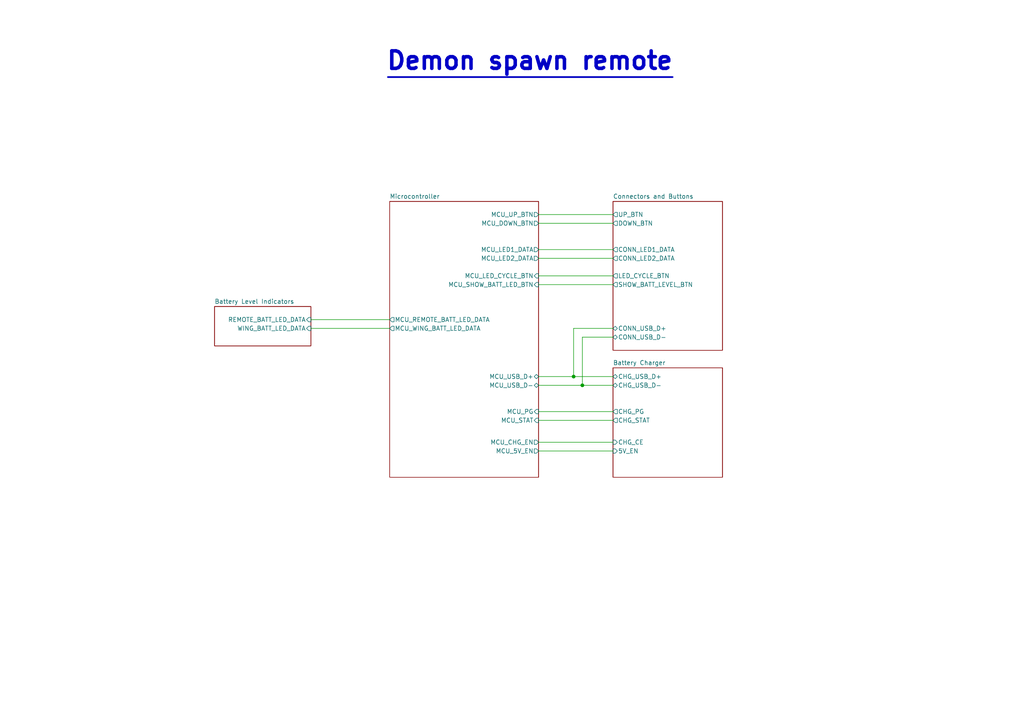
<source format=kicad_sch>
(kicad_sch
	(version 20250114)
	(generator "eeschema")
	(generator_version "9.0")
	(uuid "f6e9da88-6fb7-4d5f-a921-ae870466754a")
	(paper "A4")
	(title_block
		(title "Demon Spawn Remote")
		(date "2026-01-05")
		(company "Vagarth Gaurav")
	)
	(lib_symbols)
	(text "Demon spawn remote"
		(exclude_from_sim no)
		(at 153.67 17.78 0)
		(effects
			(font
				(size 5.08 5.08)
				(thickness 1.016)
				(bold yes)
			)
		)
		(uuid "2232e772-a3e7-47c6-801b-d630556a67d5")
	)
	(junction
		(at 166.37 109.22)
		(diameter 0)
		(color 0 0 0 0)
		(uuid "be686e74-1ea9-431c-aadd-8ddcfbe0bca5")
	)
	(junction
		(at 168.91 111.76)
		(diameter 0)
		(color 0 0 0 0)
		(uuid "d4a26281-d6f5-477a-ab2d-7e00204129b4")
	)
	(wire
		(pts
			(xy 156.21 62.23) (xy 177.8 62.23)
		)
		(stroke
			(width 0)
			(type default)
		)
		(uuid "0674ba96-30af-4391-bcd4-a5e3c9f48d01")
	)
	(wire
		(pts
			(xy 156.21 109.22) (xy 166.37 109.22)
		)
		(stroke
			(width 0)
			(type default)
		)
		(uuid "13b5a95b-1e62-453e-b971-32f0462ce99e")
	)
	(wire
		(pts
			(xy 156.21 64.77) (xy 177.8 64.77)
		)
		(stroke
			(width 0)
			(type default)
		)
		(uuid "3130cf07-7772-4bfd-9e2e-a3914d359c86")
	)
	(wire
		(pts
			(xy 90.17 92.71) (xy 113.03 92.71)
		)
		(stroke
			(width 0)
			(type default)
		)
		(uuid "436f9228-13ba-4984-b649-2457e4ef06c6")
	)
	(wire
		(pts
			(xy 156.21 72.39) (xy 177.8 72.39)
		)
		(stroke
			(width 0)
			(type default)
		)
		(uuid "47da49e1-70da-4aa5-bfe9-610351215407")
	)
	(wire
		(pts
			(xy 90.17 95.25) (xy 113.03 95.25)
		)
		(stroke
			(width 0)
			(type default)
		)
		(uuid "5050059b-a5e6-486e-8b9e-04aeab43b012")
	)
	(wire
		(pts
			(xy 156.21 128.27) (xy 177.8 128.27)
		)
		(stroke
			(width 0)
			(type default)
		)
		(uuid "6aa055e4-930b-47dc-b082-b2264cd80978")
	)
	(wire
		(pts
			(xy 156.21 119.38) (xy 177.8 119.38)
		)
		(stroke
			(width 0)
			(type default)
		)
		(uuid "7e9ec3d5-0466-4803-adfa-84db8c2913cc")
	)
	(wire
		(pts
			(xy 156.21 121.92) (xy 177.8 121.92)
		)
		(stroke
			(width 0)
			(type default)
		)
		(uuid "8090cbb7-c908-4750-bac7-11247806b4cc")
	)
	(wire
		(pts
			(xy 168.91 111.76) (xy 177.8 111.76)
		)
		(stroke
			(width 0)
			(type default)
		)
		(uuid "81f3958c-c073-4fb9-9ec2-f60b15f3b227")
	)
	(wire
		(pts
			(xy 156.21 74.93) (xy 177.8 74.93)
		)
		(stroke
			(width 0)
			(type default)
		)
		(uuid "932a5224-0e33-4c43-9fc4-30b728768db7")
	)
	(wire
		(pts
			(xy 168.91 97.79) (xy 168.91 111.76)
		)
		(stroke
			(width 0)
			(type default)
		)
		(uuid "a96c0b65-f3b8-4beb-b6b4-7e632416d9a3")
	)
	(wire
		(pts
			(xy 156.21 82.55) (xy 177.8 82.55)
		)
		(stroke
			(width 0)
			(type default)
		)
		(uuid "aa0fa8c6-afcb-4424-a02e-2956f97a9aa3")
	)
	(wire
		(pts
			(xy 166.37 109.22) (xy 177.8 109.22)
		)
		(stroke
			(width 0)
			(type default)
		)
		(uuid "af442cf9-6c8d-4cbf-914c-4ed8461f6832")
	)
	(wire
		(pts
			(xy 177.8 97.79) (xy 168.91 97.79)
		)
		(stroke
			(width 0)
			(type default)
		)
		(uuid "be707195-5eff-469c-82bf-e42c369c6307")
	)
	(wire
		(pts
			(xy 156.21 111.76) (xy 168.91 111.76)
		)
		(stroke
			(width 0)
			(type default)
		)
		(uuid "ca47f8d0-7734-4576-973b-058377bee1da")
	)
	(polyline
		(pts
			(xy 112.522 22.352) (xy 195.072 22.352)
		)
		(stroke
			(width 0.5)
			(type solid)
		)
		(uuid "d6d1c5e7-a976-48d2-b46c-d1b9c129f7f8")
	)
	(wire
		(pts
			(xy 166.37 95.25) (xy 177.8 95.25)
		)
		(stroke
			(width 0)
			(type default)
		)
		(uuid "d9bf6029-39f7-4317-aa9f-b34d7b38c26b")
	)
	(wire
		(pts
			(xy 166.37 109.22) (xy 166.37 95.25)
		)
		(stroke
			(width 0)
			(type default)
		)
		(uuid "df12766b-96bd-4b9f-970a-98ce02583043")
	)
	(wire
		(pts
			(xy 156.21 80.01) (xy 177.8 80.01)
		)
		(stroke
			(width 0)
			(type default)
		)
		(uuid "ed1c784d-3283-4255-b449-7e7f02f51176")
	)
	(wire
		(pts
			(xy 156.21 130.81) (xy 177.8 130.81)
		)
		(stroke
			(width 0)
			(type default)
		)
		(uuid "ed4bacb2-77de-4160-85cb-bfc1a3c87d77")
	)
	(sheet
		(at 177.8 106.68)
		(size 31.75 31.75)
		(exclude_from_sim no)
		(in_bom yes)
		(on_board yes)
		(dnp no)
		(fields_autoplaced yes)
		(stroke
			(width 0.1524)
			(type solid)
		)
		(fill
			(color 0 0 0 0.0000)
		)
		(uuid "4674ca09-d189-4e55-a308-c97a33af5dff")
		(property "Sheetname" "Battery Charger"
			(at 177.8 105.9684 0)
			(effects
				(font
					(size 1.27 1.27)
				)
				(justify left bottom)
			)
		)
		(property "Sheetfile" "battery_charger.kicad_sch"
			(at 177.8 139.0146 0)
			(effects
				(font
					(size 1.27 1.27)
				)
				(justify left top)
				(hide yes)
			)
		)
		(pin "CHG_CE" input
			(at 177.8 128.27 180)
			(uuid "1cee5144-82d8-46b1-95d0-1ff9959bcbe6")
			(effects
				(font
					(size 1.27 1.27)
				)
				(justify left)
			)
		)
		(pin "CHG_PG" output
			(at 177.8 119.38 180)
			(uuid "16823e44-288a-4f76-8c86-002eec5d670f")
			(effects
				(font
					(size 1.27 1.27)
				)
				(justify left)
			)
		)
		(pin "CHG_STAT" output
			(at 177.8 121.92 180)
			(uuid "1667395d-8fb3-4067-8d9b-bfae291d8cc1")
			(effects
				(font
					(size 1.27 1.27)
				)
				(justify left)
			)
		)
		(pin "CHG_USB_D+" bidirectional
			(at 177.8 109.22 180)
			(uuid "14a1ca4a-720e-48fd-821c-37a72deb465c")
			(effects
				(font
					(size 1.27 1.27)
				)
				(justify left)
			)
		)
		(pin "CHG_USB_D-" bidirectional
			(at 177.8 111.76 180)
			(uuid "32f710cb-f125-49cf-867a-f9d2112de73e")
			(effects
				(font
					(size 1.27 1.27)
				)
				(justify left)
			)
		)
		(pin "5V_EN" input
			(at 177.8 130.81 180)
			(uuid "55caa7ce-cd5f-4876-9cbf-20376c6517b5")
			(effects
				(font
					(size 1.27 1.27)
				)
				(justify left)
			)
		)
		(instances
			(project "demonSpawn"
				(path "/f6e9da88-6fb7-4d5f-a921-ae870466754a"
					(page "2")
				)
			)
		)
	)
	(sheet
		(at 113.03 58.42)
		(size 43.18 80.01)
		(exclude_from_sim no)
		(in_bom yes)
		(on_board yes)
		(dnp no)
		(fields_autoplaced yes)
		(stroke
			(width 0.1524)
			(type solid)
		)
		(fill
			(color 0 0 0 0.0000)
		)
		(uuid "6325688f-fe5a-4086-888e-f285a9c8ddca")
		(property "Sheetname" "Microcontroller"
			(at 113.03 57.7084 0)
			(effects
				(font
					(size 1.27 1.27)
				)
				(justify left bottom)
			)
		)
		(property "Sheetfile" "microcontroller.kicad_sch"
			(at 113.03 139.0146 0)
			(effects
				(font
					(size 1.27 1.27)
				)
				(justify left top)
				(hide yes)
			)
		)
		(pin "MCU_5V_EN" output
			(at 156.21 130.81 0)
			(uuid "9ccfb40b-37d0-42ba-9b2c-c7915a22fc73")
			(effects
				(font
					(size 1.27 1.27)
				)
				(justify right)
			)
		)
		(pin "MCU_LED1_DATA" output
			(at 156.21 72.39 0)
			(uuid "5aa345df-5f99-440a-b66d-641e4f141c35")
			(effects
				(font
					(size 1.27 1.27)
				)
				(justify right)
			)
		)
		(pin "MCU_LED2_DATA" output
			(at 156.21 74.93 0)
			(uuid "5b5d0739-668d-4508-9a84-36542867200c")
			(effects
				(font
					(size 1.27 1.27)
				)
				(justify right)
			)
		)
		(pin "MCU_LED_CYCLE_BTN" input
			(at 156.21 80.01 0)
			(uuid "180125b0-8e56-4114-b9ed-4e32aecf6e70")
			(effects
				(font
					(size 1.27 1.27)
				)
				(justify right)
			)
		)
		(pin "MCU_PG" input
			(at 156.21 119.38 0)
			(uuid "eb11ff33-a089-4c9f-885a-bcc62d75867c")
			(effects
				(font
					(size 1.27 1.27)
				)
				(justify right)
			)
		)
		(pin "MCU_REMOTE_BATT_LED_DATA" output
			(at 113.03 92.71 180)
			(uuid "b41eff86-ac4c-491e-a291-fe0e5984304a")
			(effects
				(font
					(size 1.27 1.27)
				)
				(justify left)
			)
		)
		(pin "MCU_STAT" input
			(at 156.21 121.92 0)
			(uuid "46a94ee5-7e93-42be-ac23-8cb9f84994c8")
			(effects
				(font
					(size 1.27 1.27)
				)
				(justify right)
			)
		)
		(pin "MCU_USB_D+" bidirectional
			(at 156.21 109.22 0)
			(uuid "ecf06486-b9d6-48c4-b60e-be2068fc5442")
			(effects
				(font
					(size 1.27 1.27)
				)
				(justify right)
			)
		)
		(pin "MCU_USB_D-" bidirectional
			(at 156.21 111.76 0)
			(uuid "9c6c40b1-587e-4ad4-96e0-2fe7548af2e2")
			(effects
				(font
					(size 1.27 1.27)
				)
				(justify right)
			)
		)
		(pin "MCU_WING_BATT_LED_DATA" output
			(at 113.03 95.25 180)
			(uuid "75eeaf0b-5af7-4cab-97a9-0251ce3ce6b3")
			(effects
				(font
					(size 1.27 1.27)
				)
				(justify left)
			)
		)
		(pin "MCU_SHOW_BATT_LED_BTN" input
			(at 156.21 82.55 0)
			(uuid "4a72f6d8-e329-4ddb-ace6-55a591dfbb65")
			(effects
				(font
					(size 1.27 1.27)
				)
				(justify right)
			)
		)
		(pin "MCU_CHG_EN" output
			(at 156.21 128.27 0)
			(uuid "8ca5408d-9389-434d-b223-3cb31c76ba86")
			(effects
				(font
					(size 1.27 1.27)
				)
				(justify right)
			)
		)
		(pin "MCU_DOWN_BTN" output
			(at 156.21 64.77 0)
			(uuid "106d8837-840c-415a-865d-eabe828ab365")
			(effects
				(font
					(size 1.27 1.27)
				)
				(justify right)
			)
		)
		(pin "MCU_UP_BTN" output
			(at 156.21 62.23 0)
			(uuid "272a5a76-4acf-429c-b1fd-e65203db4166")
			(effects
				(font
					(size 1.27 1.27)
				)
				(justify right)
			)
		)
		(instances
			(project "demonSpawn"
				(path "/f6e9da88-6fb7-4d5f-a921-ae870466754a"
					(page "3")
				)
			)
		)
	)
	(sheet
		(at 62.23 88.9)
		(size 27.94 11.43)
		(exclude_from_sim no)
		(in_bom yes)
		(on_board yes)
		(dnp no)
		(fields_autoplaced yes)
		(stroke
			(width 0.1524)
			(type solid)
		)
		(fill
			(color 0 0 0 0.0000)
		)
		(uuid "9e4ec6c6-18e2-4258-9e90-680f0dd25a27")
		(property "Sheetname" "Battery Level Indicators"
			(at 62.23 88.1884 0)
			(effects
				(font
					(size 1.27 1.27)
				)
				(justify left bottom)
			)
		)
		(property "Sheetfile" "battery_level_indicators.kicad_sch"
			(at 62.23 100.9146 0)
			(effects
				(font
					(size 1.27 1.27)
				)
				(justify left top)
				(hide yes)
			)
		)
		(pin "REMOTE_BATT_LED_DATA" input
			(at 90.17 92.71 0)
			(uuid "0310fbb2-8ea6-40b3-9c53-4f370df2149e")
			(effects
				(font
					(size 1.27 1.27)
				)
				(justify right)
			)
		)
		(pin "WING_BATT_LED_DATA" input
			(at 90.17 95.25 0)
			(uuid "5c84e1b6-cdd0-4a64-a354-68044849b7f7")
			(effects
				(font
					(size 1.27 1.27)
				)
				(justify right)
			)
		)
		(instances
			(project "demonSpawn"
				(path "/f6e9da88-6fb7-4d5f-a921-ae870466754a"
					(page "5")
				)
			)
		)
	)
	(sheet
		(at 177.8 58.42)
		(size 31.75 43.18)
		(exclude_from_sim no)
		(in_bom yes)
		(on_board yes)
		(dnp no)
		(fields_autoplaced yes)
		(stroke
			(width 0.1524)
			(type solid)
		)
		(fill
			(color 0 0 0 0.0000)
		)
		(uuid "dd9f3b8c-56ca-4152-8646-5779cf0cb670")
		(property "Sheetname" "Connectors and Buttons"
			(at 177.8 57.7084 0)
			(effects
				(font
					(size 1.27 1.27)
				)
				(justify left bottom)
			)
		)
		(property "Sheetfile" "connectors.kicad_sch"
			(at 177.8 102.1846 0)
			(effects
				(font
					(size 1.27 1.27)
				)
				(justify left top)
				(hide yes)
			)
		)
		(pin "CONN_LED1_DATA" output
			(at 177.8 72.39 180)
			(uuid "9b34e544-50b9-4376-9d1e-dfea5ee60f53")
			(effects
				(font
					(size 1.27 1.27)
				)
				(justify left)
			)
		)
		(pin "CONN_LED2_DATA" output
			(at 177.8 74.93 180)
			(uuid "c55b1951-7ce3-4a12-91f5-2f96eb63f2d4")
			(effects
				(font
					(size 1.27 1.27)
				)
				(justify left)
			)
		)
		(pin "LED_CYCLE_BTN" output
			(at 177.8 80.01 180)
			(uuid "1c3edd3e-844c-4b78-ad67-1d1253e45878")
			(effects
				(font
					(size 1.27 1.27)
				)
				(justify left)
			)
		)
		(pin "SHOW_BATT_LEVEL_BTN" output
			(at 177.8 82.55 180)
			(uuid "0e54a277-9e88-4afb-ac08-7ca713601cf5")
			(effects
				(font
					(size 1.27 1.27)
				)
				(justify left)
			)
		)
		(pin "CONN_USB_D+" bidirectional
			(at 177.8 95.25 180)
			(uuid "68df5504-bb03-48ab-a6d0-6a7188ec15a4")
			(effects
				(font
					(size 1.27 1.27)
				)
				(justify left)
			)
		)
		(pin "CONN_USB_D-" bidirectional
			(at 177.8 97.79 180)
			(uuid "6aa3557c-cfe9-4b68-9e1e-b80ff75479c1")
			(effects
				(font
					(size 1.27 1.27)
				)
				(justify left)
			)
		)
		(pin "DOWN_BTN" output
			(at 177.8 64.77 180)
			(uuid "a59db069-1f4e-4874-b7c4-e40ccf16ffc3")
			(effects
				(font
					(size 1.27 1.27)
				)
				(justify left)
			)
		)
		(pin "UP_BTN" output
			(at 177.8 62.23 180)
			(uuid "791e19c6-cbf7-43b1-8a7b-0b84d7570426")
			(effects
				(font
					(size 1.27 1.27)
				)
				(justify left)
			)
		)
		(instances
			(project "demonSpawn"
				(path "/f6e9da88-6fb7-4d5f-a921-ae870466754a"
					(page "4")
				)
			)
		)
	)
	(sheet_instances
		(path "/"
			(page "1")
		)
	)
	(embedded_fonts no)
)

</source>
